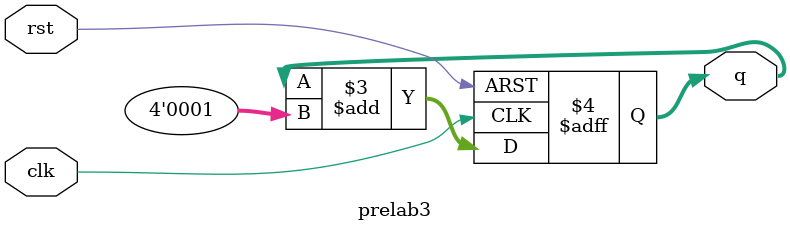
<source format=v>
`timescale 1ns / 1ps


module prelab3(clk, rst, q);
    input rst, clk;
    output reg [3:0]q;
    always@(posedge clk or negedge rst)
      if(~rst)
        q<=4'b0000;
      else     
        q<=q+4'd1;
endmodule

</source>
